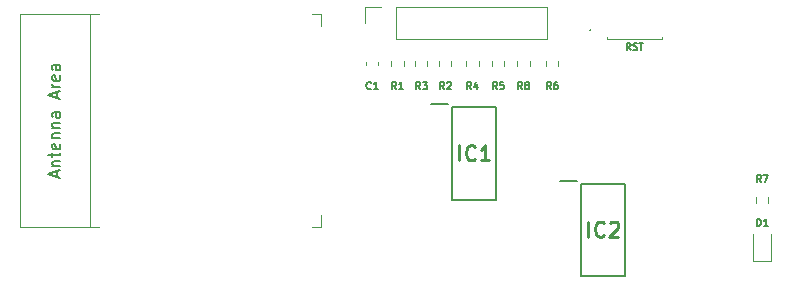
<source format=gbr>
%TF.GenerationSoftware,KiCad,Pcbnew,(6.0.1)*%
%TF.CreationDate,2022-10-22T09:43:17+02:00*%
%TF.ProjectId,so-dimm-esp32-cm,736f2d64-696d-46d2-9d65-737033322d63,rev?*%
%TF.SameCoordinates,Original*%
%TF.FileFunction,Legend,Top*%
%TF.FilePolarity,Positive*%
%FSLAX46Y46*%
G04 Gerber Fmt 4.6, Leading zero omitted, Abs format (unit mm)*
G04 Created by KiCad (PCBNEW (6.0.1)) date 2022-10-22 09:43:17*
%MOMM*%
%LPD*%
G01*
G04 APERTURE LIST*
%ADD10C,0.150000*%
%ADD11C,0.254000*%
%ADD12C,0.120000*%
%ADD13C,0.100000*%
%ADD14C,0.200000*%
G04 APERTURE END LIST*
D10*
X170740428Y-81297428D02*
X170540428Y-81011714D01*
X170397571Y-81297428D02*
X170397571Y-80697428D01*
X170626142Y-80697428D01*
X170683285Y-80726000D01*
X170711857Y-80754571D01*
X170740428Y-80811714D01*
X170740428Y-80897428D01*
X170711857Y-80954571D01*
X170683285Y-80983142D01*
X170626142Y-81011714D01*
X170397571Y-81011714D01*
X170969000Y-81268857D02*
X171054714Y-81297428D01*
X171197571Y-81297428D01*
X171254714Y-81268857D01*
X171283285Y-81240285D01*
X171311857Y-81183142D01*
X171311857Y-81126000D01*
X171283285Y-81068857D01*
X171254714Y-81040285D01*
X171197571Y-81011714D01*
X171083285Y-80983142D01*
X171026142Y-80954571D01*
X170997571Y-80926000D01*
X170969000Y-80868857D01*
X170969000Y-80811714D01*
X170997571Y-80754571D01*
X171026142Y-80726000D01*
X171083285Y-80697428D01*
X171226142Y-80697428D01*
X171311857Y-80726000D01*
X171483285Y-80697428D02*
X171826142Y-80697428D01*
X171654714Y-81297428D02*
X171654714Y-80697428D01*
%TO.C,R4*%
X157253000Y-84599428D02*
X157053000Y-84313714D01*
X156910142Y-84599428D02*
X156910142Y-83999428D01*
X157138714Y-83999428D01*
X157195857Y-84028000D01*
X157224428Y-84056571D01*
X157253000Y-84113714D01*
X157253000Y-84199428D01*
X157224428Y-84256571D01*
X157195857Y-84285142D01*
X157138714Y-84313714D01*
X156910142Y-84313714D01*
X157767285Y-84199428D02*
X157767285Y-84599428D01*
X157624428Y-83970857D02*
X157481571Y-84399428D01*
X157853000Y-84399428D01*
%TO.C,D1*%
X181421142Y-96156428D02*
X181421142Y-95556428D01*
X181564000Y-95556428D01*
X181649714Y-95585000D01*
X181706857Y-95642142D01*
X181735428Y-95699285D01*
X181764000Y-95813571D01*
X181764000Y-95899285D01*
X181735428Y-96013571D01*
X181706857Y-96070714D01*
X181649714Y-96127857D01*
X181564000Y-96156428D01*
X181421142Y-96156428D01*
X182335428Y-96156428D02*
X181992571Y-96156428D01*
X182164000Y-96156428D02*
X182164000Y-95556428D01*
X182106857Y-95642142D01*
X182049714Y-95699285D01*
X181992571Y-95727857D01*
%TO.C,R8*%
X161571000Y-84599428D02*
X161371000Y-84313714D01*
X161228142Y-84599428D02*
X161228142Y-83999428D01*
X161456714Y-83999428D01*
X161513857Y-84028000D01*
X161542428Y-84056571D01*
X161571000Y-84113714D01*
X161571000Y-84199428D01*
X161542428Y-84256571D01*
X161513857Y-84285142D01*
X161456714Y-84313714D01*
X161228142Y-84313714D01*
X161913857Y-84256571D02*
X161856714Y-84228000D01*
X161828142Y-84199428D01*
X161799571Y-84142285D01*
X161799571Y-84113714D01*
X161828142Y-84056571D01*
X161856714Y-84028000D01*
X161913857Y-83999428D01*
X162028142Y-83999428D01*
X162085285Y-84028000D01*
X162113857Y-84056571D01*
X162142428Y-84113714D01*
X162142428Y-84142285D01*
X162113857Y-84199428D01*
X162085285Y-84228000D01*
X162028142Y-84256571D01*
X161913857Y-84256571D01*
X161856714Y-84285142D01*
X161828142Y-84313714D01*
X161799571Y-84370857D01*
X161799571Y-84485142D01*
X161828142Y-84542285D01*
X161856714Y-84570857D01*
X161913857Y-84599428D01*
X162028142Y-84599428D01*
X162085285Y-84570857D01*
X162113857Y-84542285D01*
X162142428Y-84485142D01*
X162142428Y-84370857D01*
X162113857Y-84313714D01*
X162085285Y-84285142D01*
X162028142Y-84256571D01*
%TO.C,R6*%
X163984000Y-84599428D02*
X163784000Y-84313714D01*
X163641142Y-84599428D02*
X163641142Y-83999428D01*
X163869714Y-83999428D01*
X163926857Y-84028000D01*
X163955428Y-84056571D01*
X163984000Y-84113714D01*
X163984000Y-84199428D01*
X163955428Y-84256571D01*
X163926857Y-84285142D01*
X163869714Y-84313714D01*
X163641142Y-84313714D01*
X164498285Y-83999428D02*
X164384000Y-83999428D01*
X164326857Y-84028000D01*
X164298285Y-84056571D01*
X164241142Y-84142285D01*
X164212571Y-84256571D01*
X164212571Y-84485142D01*
X164241142Y-84542285D01*
X164269714Y-84570857D01*
X164326857Y-84599428D01*
X164441142Y-84599428D01*
X164498285Y-84570857D01*
X164526857Y-84542285D01*
X164555428Y-84485142D01*
X164555428Y-84342285D01*
X164526857Y-84285142D01*
X164498285Y-84256571D01*
X164441142Y-84228000D01*
X164326857Y-84228000D01*
X164269714Y-84256571D01*
X164241142Y-84285142D01*
X164212571Y-84342285D01*
%TO.C,R7*%
X181764000Y-92473428D02*
X181564000Y-92187714D01*
X181421142Y-92473428D02*
X181421142Y-91873428D01*
X181649714Y-91873428D01*
X181706857Y-91902000D01*
X181735428Y-91930571D01*
X181764000Y-91987714D01*
X181764000Y-92073428D01*
X181735428Y-92130571D01*
X181706857Y-92159142D01*
X181649714Y-92187714D01*
X181421142Y-92187714D01*
X181964000Y-91873428D02*
X182364000Y-91873428D01*
X182106857Y-92473428D01*
D11*
%TO.C,IC1*%
X156240238Y-90617523D02*
X156240238Y-89347523D01*
X157570714Y-90496571D02*
X157510238Y-90557047D01*
X157328809Y-90617523D01*
X157207857Y-90617523D01*
X157026428Y-90557047D01*
X156905476Y-90436095D01*
X156845000Y-90315142D01*
X156784523Y-90073238D01*
X156784523Y-89891809D01*
X156845000Y-89649904D01*
X156905476Y-89528952D01*
X157026428Y-89408000D01*
X157207857Y-89347523D01*
X157328809Y-89347523D01*
X157510238Y-89408000D01*
X157570714Y-89468476D01*
X158780238Y-90617523D02*
X158054523Y-90617523D01*
X158417380Y-90617523D02*
X158417380Y-89347523D01*
X158296428Y-89528952D01*
X158175476Y-89649904D01*
X158054523Y-89710380D01*
D10*
%TO.C,R1*%
X150903000Y-84599428D02*
X150703000Y-84313714D01*
X150560142Y-84599428D02*
X150560142Y-83999428D01*
X150788714Y-83999428D01*
X150845857Y-84028000D01*
X150874428Y-84056571D01*
X150903000Y-84113714D01*
X150903000Y-84199428D01*
X150874428Y-84256571D01*
X150845857Y-84285142D01*
X150788714Y-84313714D01*
X150560142Y-84313714D01*
X151474428Y-84599428D02*
X151131571Y-84599428D01*
X151303000Y-84599428D02*
X151303000Y-83999428D01*
X151245857Y-84085142D01*
X151188714Y-84142285D01*
X151131571Y-84170857D01*
%TO.C,R2*%
X154967000Y-84599428D02*
X154767000Y-84313714D01*
X154624142Y-84599428D02*
X154624142Y-83999428D01*
X154852714Y-83999428D01*
X154909857Y-84028000D01*
X154938428Y-84056571D01*
X154967000Y-84113714D01*
X154967000Y-84199428D01*
X154938428Y-84256571D01*
X154909857Y-84285142D01*
X154852714Y-84313714D01*
X154624142Y-84313714D01*
X155195571Y-84056571D02*
X155224142Y-84028000D01*
X155281285Y-83999428D01*
X155424142Y-83999428D01*
X155481285Y-84028000D01*
X155509857Y-84056571D01*
X155538428Y-84113714D01*
X155538428Y-84170857D01*
X155509857Y-84256571D01*
X155167000Y-84599428D01*
X155538428Y-84599428D01*
D11*
%TO.C,IC2*%
X167162238Y-97094523D02*
X167162238Y-95824523D01*
X168492714Y-96973571D02*
X168432238Y-97034047D01*
X168250809Y-97094523D01*
X168129857Y-97094523D01*
X167948428Y-97034047D01*
X167827476Y-96913095D01*
X167767000Y-96792142D01*
X167706523Y-96550238D01*
X167706523Y-96368809D01*
X167767000Y-96126904D01*
X167827476Y-96005952D01*
X167948428Y-95885000D01*
X168129857Y-95824523D01*
X168250809Y-95824523D01*
X168432238Y-95885000D01*
X168492714Y-95945476D01*
X168976523Y-95945476D02*
X169037000Y-95885000D01*
X169157952Y-95824523D01*
X169460333Y-95824523D01*
X169581285Y-95885000D01*
X169641761Y-95945476D01*
X169702238Y-96066428D01*
X169702238Y-96187380D01*
X169641761Y-96368809D01*
X168916047Y-97094523D01*
X169702238Y-97094523D01*
D10*
%TO.C,R5*%
X159412000Y-84599428D02*
X159212000Y-84313714D01*
X159069142Y-84599428D02*
X159069142Y-83999428D01*
X159297714Y-83999428D01*
X159354857Y-84028000D01*
X159383428Y-84056571D01*
X159412000Y-84113714D01*
X159412000Y-84199428D01*
X159383428Y-84256571D01*
X159354857Y-84285142D01*
X159297714Y-84313714D01*
X159069142Y-84313714D01*
X159954857Y-83999428D02*
X159669142Y-83999428D01*
X159640571Y-84285142D01*
X159669142Y-84256571D01*
X159726285Y-84228000D01*
X159869142Y-84228000D01*
X159926285Y-84256571D01*
X159954857Y-84285142D01*
X159983428Y-84342285D01*
X159983428Y-84485142D01*
X159954857Y-84542285D01*
X159926285Y-84570857D01*
X159869142Y-84599428D01*
X159726285Y-84599428D01*
X159669142Y-84570857D01*
X159640571Y-84542285D01*
%TO.C,U1*%
X122163666Y-92010904D02*
X122163666Y-91534714D01*
X122449380Y-92106142D02*
X121449380Y-91772809D01*
X122449380Y-91439476D01*
X121782714Y-91106142D02*
X122449380Y-91106142D01*
X121877952Y-91106142D02*
X121830333Y-91058523D01*
X121782714Y-90963285D01*
X121782714Y-90820428D01*
X121830333Y-90725190D01*
X121925571Y-90677571D01*
X122449380Y-90677571D01*
X121782714Y-90344238D02*
X121782714Y-89963285D01*
X121449380Y-90201380D02*
X122306523Y-90201380D01*
X122401761Y-90153761D01*
X122449380Y-90058523D01*
X122449380Y-89963285D01*
X122401761Y-89249000D02*
X122449380Y-89344238D01*
X122449380Y-89534714D01*
X122401761Y-89629952D01*
X122306523Y-89677571D01*
X121925571Y-89677571D01*
X121830333Y-89629952D01*
X121782714Y-89534714D01*
X121782714Y-89344238D01*
X121830333Y-89249000D01*
X121925571Y-89201380D01*
X122020809Y-89201380D01*
X122116047Y-89677571D01*
X121782714Y-88772809D02*
X122449380Y-88772809D01*
X121877952Y-88772809D02*
X121830333Y-88725190D01*
X121782714Y-88629952D01*
X121782714Y-88487095D01*
X121830333Y-88391857D01*
X121925571Y-88344238D01*
X122449380Y-88344238D01*
X121782714Y-87868047D02*
X122449380Y-87868047D01*
X121877952Y-87868047D02*
X121830333Y-87820428D01*
X121782714Y-87725190D01*
X121782714Y-87582333D01*
X121830333Y-87487095D01*
X121925571Y-87439476D01*
X122449380Y-87439476D01*
X122449380Y-86534714D02*
X121925571Y-86534714D01*
X121830333Y-86582333D01*
X121782714Y-86677571D01*
X121782714Y-86868047D01*
X121830333Y-86963285D01*
X122401761Y-86534714D02*
X122449380Y-86629952D01*
X122449380Y-86868047D01*
X122401761Y-86963285D01*
X122306523Y-87010904D01*
X122211285Y-87010904D01*
X122116047Y-86963285D01*
X122068428Y-86868047D01*
X122068428Y-86629952D01*
X122020809Y-86534714D01*
X122163666Y-85344238D02*
X122163666Y-84868047D01*
X122449380Y-85439476D02*
X121449380Y-85106142D01*
X122449380Y-84772809D01*
X122449380Y-84439476D02*
X121782714Y-84439476D01*
X121973190Y-84439476D02*
X121877952Y-84391857D01*
X121830333Y-84344238D01*
X121782714Y-84249000D01*
X121782714Y-84153761D01*
X122401761Y-83439476D02*
X122449380Y-83534714D01*
X122449380Y-83725190D01*
X122401761Y-83820428D01*
X122306523Y-83868047D01*
X121925571Y-83868047D01*
X121830333Y-83820428D01*
X121782714Y-83725190D01*
X121782714Y-83534714D01*
X121830333Y-83439476D01*
X121925571Y-83391857D01*
X122020809Y-83391857D01*
X122116047Y-83868047D01*
X122449380Y-82534714D02*
X121925571Y-82534714D01*
X121830333Y-82582333D01*
X121782714Y-82677571D01*
X121782714Y-82868047D01*
X121830333Y-82963285D01*
X122401761Y-82534714D02*
X122449380Y-82629952D01*
X122449380Y-82868047D01*
X122401761Y-82963285D01*
X122306523Y-83010904D01*
X122211285Y-83010904D01*
X122116047Y-82963285D01*
X122068428Y-82868047D01*
X122068428Y-82629952D01*
X122020809Y-82534714D01*
%TO.C,R3*%
X152935000Y-84599428D02*
X152735000Y-84313714D01*
X152592142Y-84599428D02*
X152592142Y-83999428D01*
X152820714Y-83999428D01*
X152877857Y-84028000D01*
X152906428Y-84056571D01*
X152935000Y-84113714D01*
X152935000Y-84199428D01*
X152906428Y-84256571D01*
X152877857Y-84285142D01*
X152820714Y-84313714D01*
X152592142Y-84313714D01*
X153135000Y-83999428D02*
X153506428Y-83999428D01*
X153306428Y-84228000D01*
X153392142Y-84228000D01*
X153449285Y-84256571D01*
X153477857Y-84285142D01*
X153506428Y-84342285D01*
X153506428Y-84485142D01*
X153477857Y-84542285D01*
X153449285Y-84570857D01*
X153392142Y-84599428D01*
X153220714Y-84599428D01*
X153163571Y-84570857D01*
X153135000Y-84542285D01*
%TO.C,C1*%
X148744000Y-84542285D02*
X148715428Y-84570857D01*
X148629714Y-84599428D01*
X148572571Y-84599428D01*
X148486857Y-84570857D01*
X148429714Y-84513714D01*
X148401142Y-84456571D01*
X148372571Y-84342285D01*
X148372571Y-84256571D01*
X148401142Y-84142285D01*
X148429714Y-84085142D01*
X148486857Y-84028000D01*
X148572571Y-83999428D01*
X148629714Y-83999428D01*
X148715428Y-84028000D01*
X148744000Y-84056571D01*
X149315428Y-84599428D02*
X148972571Y-84599428D01*
X149144000Y-84599428D02*
X149144000Y-83999428D01*
X149086857Y-84085142D01*
X149029714Y-84142285D01*
X148972571Y-84170857D01*
D12*
%TO.C,R4*%
X156830500Y-82660258D02*
X156830500Y-82185742D01*
X157875500Y-82660258D02*
X157875500Y-82185742D01*
%TO.C,D1*%
X181129000Y-96863000D02*
X181129000Y-99148000D01*
X181129000Y-99148000D02*
X182599000Y-99148000D01*
X182599000Y-99148000D02*
X182599000Y-96863000D01*
%TO.C,R8*%
X162193500Y-82660258D02*
X162193500Y-82185742D01*
X161148500Y-82660258D02*
X161148500Y-82185742D01*
%TO.C,R6*%
X163561500Y-82660258D02*
X163561500Y-82185742D01*
X164606500Y-82660258D02*
X164606500Y-82185742D01*
D13*
%TO.C,S1*%
X173419000Y-80363000D02*
X168719000Y-80363000D01*
X173419000Y-80213000D02*
X173419000Y-80363000D01*
X167269000Y-79513000D02*
X167269000Y-79513000D01*
X168719000Y-80363000D02*
X168719000Y-80213000D01*
X167269000Y-79613000D02*
X167269000Y-79613000D01*
X167269000Y-79513000D02*
G75*
G03*
X167269000Y-79613000I0J-50000D01*
G01*
X167269000Y-79613000D02*
G75*
G03*
X167269000Y-79513000I0J50000D01*
G01*
D12*
%TO.C,R7*%
X182386500Y-94217258D02*
X182386500Y-93742742D01*
X181341500Y-94217258D02*
X181341500Y-93742742D01*
D14*
%TO.C,IC1*%
X155630000Y-93943000D02*
X155630000Y-86143000D01*
X155630000Y-86143000D02*
X159330000Y-86143000D01*
X159330000Y-86143000D02*
X159330000Y-93943000D01*
X153805000Y-85893000D02*
X155280000Y-85893000D01*
X159330000Y-93943000D02*
X155630000Y-93943000D01*
D12*
%TO.C,R1*%
X150480500Y-82660258D02*
X150480500Y-82185742D01*
X151525500Y-82660258D02*
X151525500Y-82185742D01*
%TO.C,R2*%
X154511500Y-82660258D02*
X154511500Y-82185742D01*
X155556500Y-82660258D02*
X155556500Y-82185742D01*
D14*
%TO.C,IC2*%
X170252000Y-92620000D02*
X170252000Y-100420000D01*
X166552000Y-100420000D02*
X166552000Y-92620000D01*
X166552000Y-92620000D02*
X170252000Y-92620000D01*
X164727000Y-92370000D02*
X166202000Y-92370000D01*
X170252000Y-100420000D02*
X166552000Y-100420000D01*
D12*
%TO.C,R5*%
X160034500Y-82660258D02*
X160034500Y-82185742D01*
X158989500Y-82660258D02*
X158989500Y-82185742D01*
%TO.C,U1*%
X118997000Y-78249000D02*
X125747000Y-78249000D01*
X118997000Y-96249000D02*
X118997000Y-78249000D01*
X124937000Y-78249000D02*
X124937000Y-96249000D01*
X118997000Y-96249000D02*
X125747000Y-96249000D01*
X144497000Y-96249000D02*
X144497000Y-95249000D01*
X143747000Y-96249000D02*
X144497000Y-96249000D01*
X143747000Y-78249000D02*
X144497000Y-78249000D01*
X144497000Y-78249000D02*
X144497000Y-79249000D01*
%TO.C,R3*%
X152479500Y-82660258D02*
X152479500Y-82185742D01*
X153524500Y-82660258D02*
X153524500Y-82185742D01*
%TO.C,J2*%
X148276000Y-77664000D02*
X149606000Y-77664000D01*
X150876000Y-80324000D02*
X163636000Y-80324000D01*
X148276000Y-78994000D02*
X148276000Y-77664000D01*
X150876000Y-77664000D02*
X163636000Y-77664000D01*
X150876000Y-80324000D02*
X150876000Y-77664000D01*
X163636000Y-80324000D02*
X163636000Y-77664000D01*
%TO.C,C1*%
X149354000Y-82563580D02*
X149354000Y-82282420D01*
X148334000Y-82563580D02*
X148334000Y-82282420D01*
%TD*%
M02*

</source>
